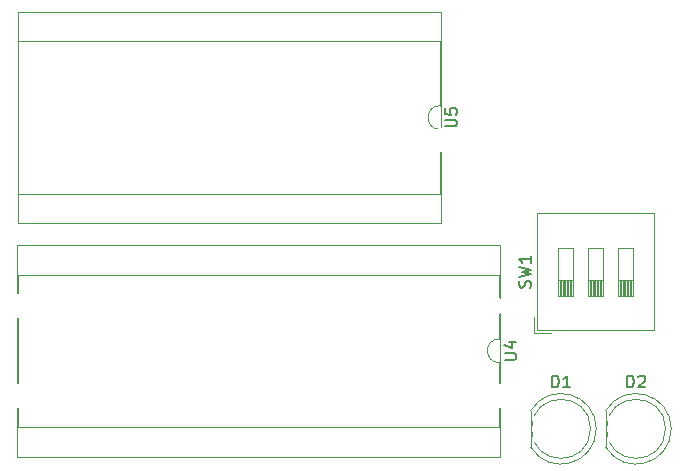
<source format=gbr>
G04 #@! TF.GenerationSoftware,KiCad,Pcbnew,(5.0.0-rc2-dev-720-g9704891c8)*
G04 #@! TF.CreationDate,2018-05-14T16:41:22+09:00*
G04 #@! TF.ProjectId,eeprom_programmer,656570726F6D5F70726F6772616D6D65,rev?*
G04 #@! TF.SameCoordinates,Original*
G04 #@! TF.FileFunction,Legend,Top*
G04 #@! TF.FilePolarity,Positive*
%FSLAX46Y46*%
G04 Gerber Fmt 4.6, Leading zero omitted, Abs format (unit mm)*
G04 Created by KiCad (PCBNEW (5.0.0-rc2-dev-720-g9704891c8)) date 05/14/18 16:41:22*
%MOMM*%
%LPD*%
G01*
G04 APERTURE LIST*
%ADD10C,0.120000*%
%ADD11C,0.150000*%
%ADD12C,2.000000*%
%ADD13O,2.000000X2.000000*%
%ADD14R,2.000000X2.000000*%
%ADD15R,2.200000X2.200000*%
%ADD16C,2.200000*%
%ADD17C,6.800000*%
G04 APERTURE END LIST*
D10*
X122575000Y-64985462D02*
G75*
G03X117025000Y-63440170I-2990000J462D01*
G01*
X122575000Y-64984538D02*
G75*
G02X117025000Y-66529830I-2990000J-462D01*
G01*
X122085000Y-64985000D02*
G75*
G03X122085000Y-64985000I-2500000J0D01*
G01*
X117025000Y-63440000D02*
X117025000Y-66530000D01*
X114360000Y-59380000D02*
G75*
G02X114360000Y-57380000I0J1000000D01*
G01*
X114360000Y-57380000D02*
X114360000Y-51920000D01*
X114360000Y-51920000D02*
X73600000Y-51920000D01*
X73600000Y-51920000D02*
X73600000Y-64840000D01*
X73600000Y-64840000D02*
X114360000Y-64840000D01*
X114360000Y-64840000D02*
X114360000Y-59380000D01*
X114420000Y-49430000D02*
X73540000Y-49430000D01*
X73540000Y-49430000D02*
X73540000Y-67330000D01*
X73540000Y-67330000D02*
X114420000Y-67330000D01*
X114420000Y-67330000D02*
X114420000Y-49430000D01*
X123375000Y-63440000D02*
X123375000Y-66530000D01*
X128435000Y-64985000D02*
G75*
G03X128435000Y-64985000I-2500000J0D01*
G01*
X128925000Y-64984538D02*
G75*
G02X123375000Y-66529830I-2990000J-462D01*
G01*
X128925000Y-64985462D02*
G75*
G03X123375000Y-63440170I-2990000J462D01*
G01*
X117580000Y-56640000D02*
X117580000Y-46740000D01*
X127500000Y-56640000D02*
X127500000Y-46740000D01*
X117580000Y-56640000D02*
X127500000Y-56640000D01*
X117580000Y-46740000D02*
X127500000Y-46740000D01*
X117340000Y-56880000D02*
X117340000Y-55496000D01*
X117340000Y-56880000D02*
X118723000Y-56880000D01*
X119365000Y-53720000D02*
X120635000Y-53720000D01*
X120635000Y-53720000D02*
X120635000Y-49660000D01*
X120635000Y-49660000D02*
X119365000Y-49660000D01*
X119365000Y-49660000D02*
X119365000Y-53720000D01*
X119485000Y-53720000D02*
X119485000Y-52366667D01*
X119605000Y-53720000D02*
X119605000Y-52366667D01*
X119725000Y-53720000D02*
X119725000Y-52366667D01*
X119845000Y-53720000D02*
X119845000Y-52366667D01*
X119965000Y-53720000D02*
X119965000Y-52366667D01*
X120085000Y-53720000D02*
X120085000Y-52366667D01*
X120205000Y-53720000D02*
X120205000Y-52366667D01*
X120325000Y-53720000D02*
X120325000Y-52366667D01*
X120445000Y-53720000D02*
X120445000Y-52366667D01*
X120565000Y-53720000D02*
X120565000Y-52366667D01*
X119365000Y-52366667D02*
X120635000Y-52366667D01*
X121905000Y-53720000D02*
X123175000Y-53720000D01*
X123175000Y-53720000D02*
X123175000Y-49660000D01*
X123175000Y-49660000D02*
X121905000Y-49660000D01*
X121905000Y-49660000D02*
X121905000Y-53720000D01*
X122025000Y-53720000D02*
X122025000Y-52366667D01*
X122145000Y-53720000D02*
X122145000Y-52366667D01*
X122265000Y-53720000D02*
X122265000Y-52366667D01*
X122385000Y-53720000D02*
X122385000Y-52366667D01*
X122505000Y-53720000D02*
X122505000Y-52366667D01*
X122625000Y-53720000D02*
X122625000Y-52366667D01*
X122745000Y-53720000D02*
X122745000Y-52366667D01*
X122865000Y-53720000D02*
X122865000Y-52366667D01*
X122985000Y-53720000D02*
X122985000Y-52366667D01*
X123105000Y-53720000D02*
X123105000Y-52366667D01*
X121905000Y-52366667D02*
X123175000Y-52366667D01*
X124445000Y-53720000D02*
X125715000Y-53720000D01*
X125715000Y-53720000D02*
X125715000Y-49660000D01*
X125715000Y-49660000D02*
X124445000Y-49660000D01*
X124445000Y-49660000D02*
X124445000Y-53720000D01*
X124565000Y-53720000D02*
X124565000Y-52366667D01*
X124685000Y-53720000D02*
X124685000Y-52366667D01*
X124805000Y-53720000D02*
X124805000Y-52366667D01*
X124925000Y-53720000D02*
X124925000Y-52366667D01*
X125045000Y-53720000D02*
X125045000Y-52366667D01*
X125165000Y-53720000D02*
X125165000Y-52366667D01*
X125285000Y-53720000D02*
X125285000Y-52366667D01*
X125405000Y-53720000D02*
X125405000Y-52366667D01*
X125525000Y-53720000D02*
X125525000Y-52366667D01*
X125645000Y-53720000D02*
X125645000Y-52366667D01*
X124445000Y-52366667D02*
X125715000Y-52366667D01*
X109330000Y-39620000D02*
G75*
G02X109330000Y-37620000I0J1000000D01*
G01*
X109330000Y-37620000D02*
X109330000Y-32160000D01*
X109330000Y-32160000D02*
X73650000Y-32160000D01*
X73650000Y-32160000D02*
X73650000Y-45080000D01*
X73650000Y-45080000D02*
X109330000Y-45080000D01*
X109330000Y-45080000D02*
X109330000Y-39620000D01*
X109390000Y-29670000D02*
X73590000Y-29670000D01*
X73590000Y-29670000D02*
X73590000Y-47570000D01*
X73590000Y-47570000D02*
X109390000Y-47570000D01*
X109390000Y-47570000D02*
X109390000Y-29670000D01*
D11*
X118846904Y-61477380D02*
X118846904Y-60477380D01*
X119085000Y-60477380D01*
X119227857Y-60525000D01*
X119323095Y-60620238D01*
X119370714Y-60715476D01*
X119418333Y-60905952D01*
X119418333Y-61048809D01*
X119370714Y-61239285D01*
X119323095Y-61334523D01*
X119227857Y-61429761D01*
X119085000Y-61477380D01*
X118846904Y-61477380D01*
X120370714Y-61477380D02*
X119799285Y-61477380D01*
X120085000Y-61477380D02*
X120085000Y-60477380D01*
X119989761Y-60620238D01*
X119894523Y-60715476D01*
X119799285Y-60763095D01*
X114812380Y-59141904D02*
X115621904Y-59141904D01*
X115717142Y-59094285D01*
X115764761Y-59046666D01*
X115812380Y-58951428D01*
X115812380Y-58760952D01*
X115764761Y-58665714D01*
X115717142Y-58618095D01*
X115621904Y-58570476D01*
X114812380Y-58570476D01*
X115145714Y-57665714D02*
X115812380Y-57665714D01*
X114764761Y-57903809D02*
X115479047Y-58141904D01*
X115479047Y-57522857D01*
X125196904Y-61477380D02*
X125196904Y-60477380D01*
X125435000Y-60477380D01*
X125577857Y-60525000D01*
X125673095Y-60620238D01*
X125720714Y-60715476D01*
X125768333Y-60905952D01*
X125768333Y-61048809D01*
X125720714Y-61239285D01*
X125673095Y-61334523D01*
X125577857Y-61429761D01*
X125435000Y-61477380D01*
X125196904Y-61477380D01*
X126149285Y-60572619D02*
X126196904Y-60525000D01*
X126292142Y-60477380D01*
X126530238Y-60477380D01*
X126625476Y-60525000D01*
X126673095Y-60572619D01*
X126720714Y-60667857D01*
X126720714Y-60763095D01*
X126673095Y-60905952D01*
X126101666Y-61477380D01*
X126720714Y-61477380D01*
X116984761Y-53023333D02*
X117032380Y-52880476D01*
X117032380Y-52642380D01*
X116984761Y-52547142D01*
X116937142Y-52499523D01*
X116841904Y-52451904D01*
X116746666Y-52451904D01*
X116651428Y-52499523D01*
X116603809Y-52547142D01*
X116556190Y-52642380D01*
X116508571Y-52832857D01*
X116460952Y-52928095D01*
X116413333Y-52975714D01*
X116318095Y-53023333D01*
X116222857Y-53023333D01*
X116127619Y-52975714D01*
X116080000Y-52928095D01*
X116032380Y-52832857D01*
X116032380Y-52594761D01*
X116080000Y-52451904D01*
X116032380Y-52118571D02*
X117032380Y-51880476D01*
X116318095Y-51690000D01*
X117032380Y-51499523D01*
X116032380Y-51261428D01*
X117032380Y-50356666D02*
X117032380Y-50928095D01*
X117032380Y-50642380D02*
X116032380Y-50642380D01*
X116175238Y-50737619D01*
X116270476Y-50832857D01*
X116318095Y-50928095D01*
X109782380Y-39381904D02*
X110591904Y-39381904D01*
X110687142Y-39334285D01*
X110734761Y-39286666D01*
X110782380Y-39191428D01*
X110782380Y-39000952D01*
X110734761Y-38905714D01*
X110687142Y-38858095D01*
X110591904Y-38810476D01*
X109782380Y-38810476D01*
X109782380Y-37858095D02*
X109782380Y-38334285D01*
X110258571Y-38381904D01*
X110210952Y-38334285D01*
X110163333Y-38239047D01*
X110163333Y-38000952D01*
X110210952Y-37905714D01*
X110258571Y-37858095D01*
X110353809Y-37810476D01*
X110591904Y-37810476D01*
X110687142Y-37858095D01*
X110734761Y-37905714D01*
X110782380Y-38000952D01*
X110782380Y-38239047D01*
X110734761Y-38334285D01*
X110687142Y-38381904D01*
%LPC*%
D12*
X109370000Y-71025000D03*
X109370000Y-76025000D03*
D13*
X98000000Y-69880000D03*
X80220000Y-77500000D03*
X95460000Y-69880000D03*
X82760000Y-77500000D03*
X92920000Y-69880000D03*
X85300000Y-77500000D03*
X90380000Y-69880000D03*
X87840000Y-77500000D03*
X87840000Y-69880000D03*
X90380000Y-77500000D03*
X85300000Y-69880000D03*
X92920000Y-77500000D03*
X82760000Y-69880000D03*
X95460000Y-77500000D03*
X80220000Y-69880000D03*
D14*
X98000000Y-77500000D03*
D15*
X118315000Y-64985000D03*
D16*
X120855000Y-64985000D03*
D14*
X113030000Y-50760000D03*
D13*
X74930000Y-66000000D03*
X110490000Y-50760000D03*
X77470000Y-66000000D03*
X107950000Y-50760000D03*
X80010000Y-66000000D03*
X105410000Y-50760000D03*
X82550000Y-66000000D03*
X102870000Y-50760000D03*
X85090000Y-66000000D03*
X100330000Y-50760000D03*
X87630000Y-66000000D03*
X97790000Y-50760000D03*
X90170000Y-66000000D03*
X95250000Y-50760000D03*
X92710000Y-66000000D03*
X92710000Y-50760000D03*
X95250000Y-66000000D03*
X90170000Y-50760000D03*
X97790000Y-66000000D03*
X87630000Y-50760000D03*
X100330000Y-66000000D03*
X85090000Y-50760000D03*
X102870000Y-66000000D03*
X82550000Y-50760000D03*
X105410000Y-66000000D03*
X80010000Y-50760000D03*
X107950000Y-66000000D03*
X77470000Y-50760000D03*
X110490000Y-66000000D03*
X74930000Y-50760000D03*
X113030000Y-66000000D03*
X105560000Y-69675000D03*
D12*
X105560000Y-77295000D03*
D16*
X127205000Y-64985000D03*
D15*
X124665000Y-64985000D03*
D14*
X91440000Y-62190000D03*
D13*
X73660000Y-54570000D03*
X88900000Y-62190000D03*
X76200000Y-54570000D03*
X86360000Y-62190000D03*
X78740000Y-54570000D03*
X83820000Y-62190000D03*
X81280000Y-54570000D03*
X81280000Y-62190000D03*
X83820000Y-54570000D03*
X78740000Y-62190000D03*
X86360000Y-54570000D03*
X76200000Y-62190000D03*
X88900000Y-54570000D03*
X73660000Y-62190000D03*
X91440000Y-54570000D03*
X102385000Y-69675000D03*
D12*
X102385000Y-77295000D03*
D14*
X119500000Y-40500000D03*
D13*
X86480000Y-25260000D03*
X116960000Y-40500000D03*
X89020000Y-25260000D03*
X114420000Y-40500000D03*
X91560000Y-25260000D03*
X111880000Y-40500000D03*
X94100000Y-25260000D03*
X109340000Y-40500000D03*
X96640000Y-25260000D03*
X106800000Y-40500000D03*
X99180000Y-25260000D03*
X104260000Y-40500000D03*
X101720000Y-25260000D03*
X101720000Y-40500000D03*
X104260000Y-25260000D03*
X99180000Y-40500000D03*
X106800000Y-25260000D03*
X96640000Y-40500000D03*
X109340000Y-25260000D03*
X94100000Y-40500000D03*
X111880000Y-25260000D03*
X91560000Y-40500000D03*
X114420000Y-25260000D03*
X89020000Y-40500000D03*
X116960000Y-25260000D03*
X86480000Y-40500000D03*
X119500000Y-25260000D03*
X83940000Y-40500000D03*
X83940000Y-25260000D03*
X113665000Y-54570000D03*
X95885000Y-62190000D03*
X111125000Y-54570000D03*
X98425000Y-62190000D03*
X108585000Y-54570000D03*
X100965000Y-62190000D03*
X106045000Y-54570000D03*
X103505000Y-62190000D03*
X103505000Y-54570000D03*
X106045000Y-62190000D03*
X100965000Y-54570000D03*
X108585000Y-62190000D03*
X98425000Y-54570000D03*
X111125000Y-62190000D03*
X95885000Y-54570000D03*
D14*
X113665000Y-62190000D03*
X120000000Y-55500000D03*
D13*
X125080000Y-47880000D03*
X122540000Y-55500000D03*
X122540000Y-47880000D03*
X125080000Y-55500000D03*
X120000000Y-47880000D03*
D17*
X125500000Y-24500000D03*
X74500000Y-24500000D03*
X74500000Y-75500000D03*
X125500000Y-75500000D03*
D14*
X108000000Y-31000000D03*
D13*
X74980000Y-46240000D03*
X105460000Y-31000000D03*
X77520000Y-46240000D03*
X102920000Y-31000000D03*
X80060000Y-46240000D03*
X100380000Y-31000000D03*
X82600000Y-46240000D03*
X97840000Y-31000000D03*
X85140000Y-46240000D03*
X95300000Y-31000000D03*
X87680000Y-46240000D03*
X92760000Y-31000000D03*
X90220000Y-46240000D03*
X90220000Y-31000000D03*
X92760000Y-46240000D03*
X87680000Y-31000000D03*
X95300000Y-46240000D03*
X85140000Y-31000000D03*
X97840000Y-46240000D03*
X82600000Y-31000000D03*
X100380000Y-46240000D03*
X80060000Y-31000000D03*
X102920000Y-46240000D03*
X77520000Y-31000000D03*
X105460000Y-46240000D03*
X74980000Y-31000000D03*
X108000000Y-46240000D03*
M02*

</source>
